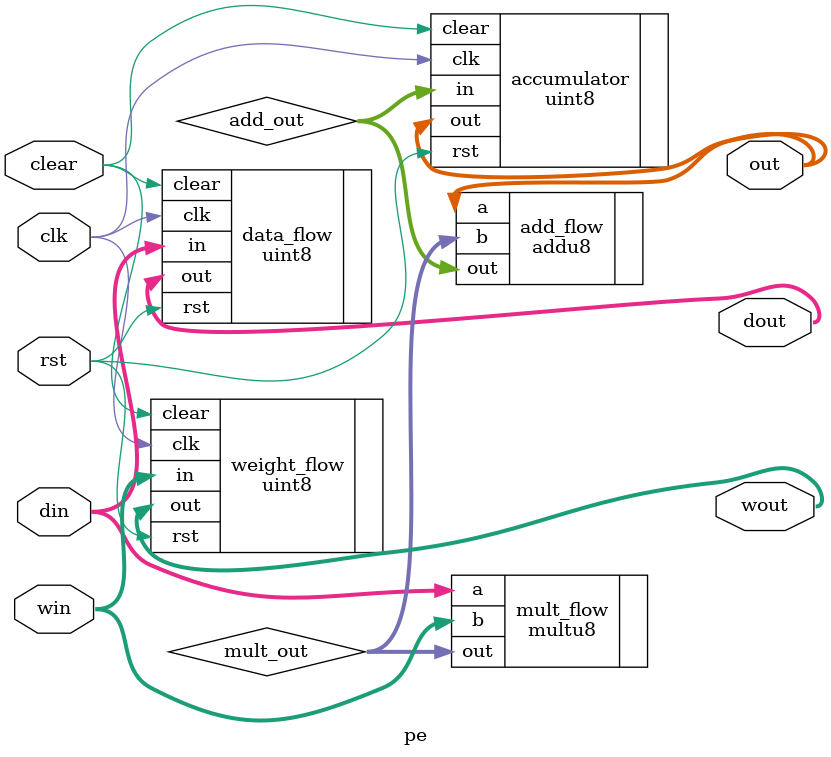
<source format=v>
module pe(clk, rst, clear, din, win, dout, wout, out);
    input clk, rst, clear;
    input wire [7:0] din,win;

    output wire [7:0] dout, wout, out;

    wire[7:0]  mult_out, add_out;

    multu8 mult_flow(.a(din), .b(win), .out(mult_out));
    addu8 add_flow(.a(out), .b(mult_out), .out(add_out));

    uint8 weight_flow(.clk(clk), .rst(rst), .clear(clear), .in(win), .out(wout));
    uint8 data_flow(.clk(clk), .rst(rst), .clear(clear), .in(din), .out(dout));
    uint8 accumulator(.clk(clk), .rst(rst), .clear(clear), .in(add_out), .out(out));

endmodule

</source>
